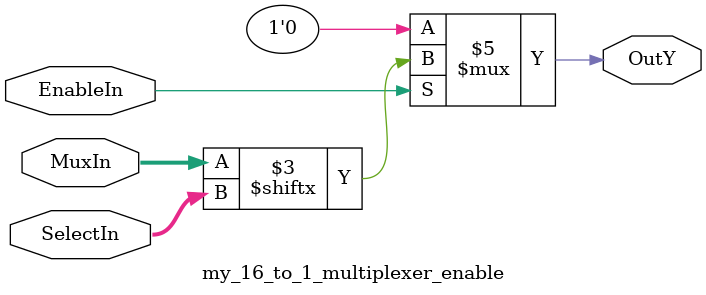
<source format=v>
/*
 * Module: A 16:1 multiplexer with enable input
 * 
 * Filename: my_16_to_1_multiplexer_enable.v
 * Version: 1.0
 *
 * Author: Cejo Konuparamban Lonappan
 *
 * Description: RTL for implementing a 16 to 1 multiplexer with an enable
 * input. 
 */

module my_16_to_1_multiplexer_enable (MuxIn, SelectIn, EnableIn, OutY);

input [15:0] MuxIn; 
input [3:0] SelectIn; 
input EnableIn; 
output OutY;
reg OutY;

always @(MuxIn or SelectIn or EnableIn)
	if (!EnableIn)
		OutY = 1'b0;
	else
		OutY = MuxIn[SelectIn];
endmodule

</source>
